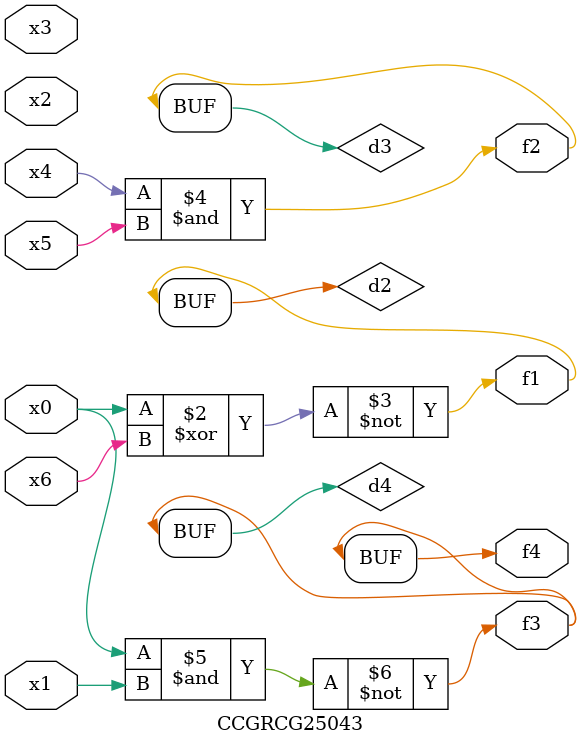
<source format=v>
module CCGRCG25043(
	input x0, x1, x2, x3, x4, x5, x6,
	output f1, f2, f3, f4
);

	wire d1, d2, d3, d4;

	nor (d1, x0);
	xnor (d2, x0, x6);
	and (d3, x4, x5);
	nand (d4, x0, x1);
	assign f1 = d2;
	assign f2 = d3;
	assign f3 = d4;
	assign f4 = d4;
endmodule

</source>
